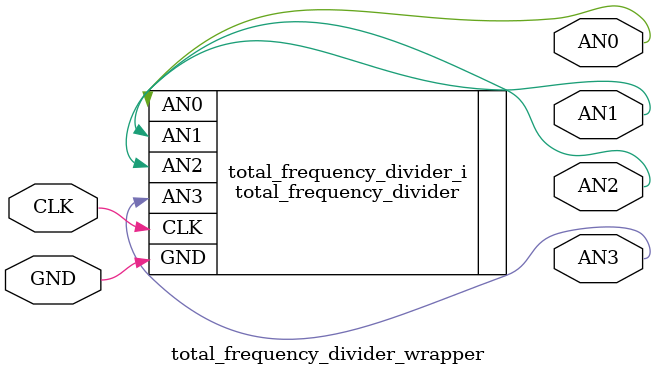
<source format=v>
`timescale 1 ps / 1 ps

module total_frequency_divider_wrapper
   (AN0,
    AN1,
    AN2,
    AN3,
    CLK,
    GND);
  output AN0;
  output AN1;
  output AN2;
  output AN3;
  input CLK;
  input GND;

  wire AN0;
  wire AN1;
  wire AN2;
  wire AN3;
  wire CLK;
  wire GND;

  total_frequency_divider total_frequency_divider_i
       (.AN0(AN0),
        .AN1(AN1),
        .AN2(AN2),
        .AN3(AN3),
        .CLK(CLK),
        .GND(GND));
endmodule

</source>
